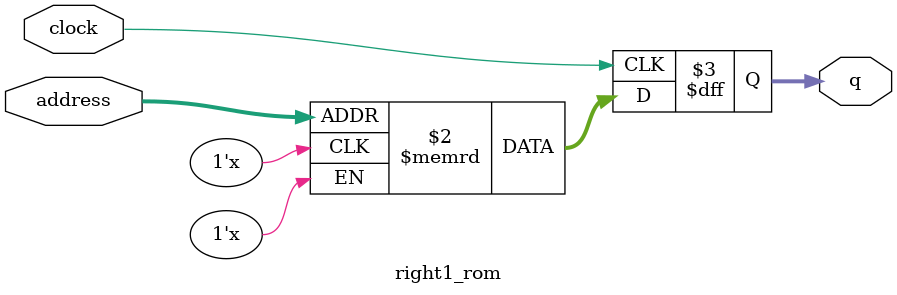
<source format=sv>
module right1_rom (
	input logic clock,
	input logic [9:0] address,
	output logic [3:0] q
);

logic [3:0] memory [0:1023] /* synthesis ram_init_file = "./right1/right1.mif" */;

always_ff @ (posedge clock) begin
	q <= memory[address];
end

endmodule

</source>
